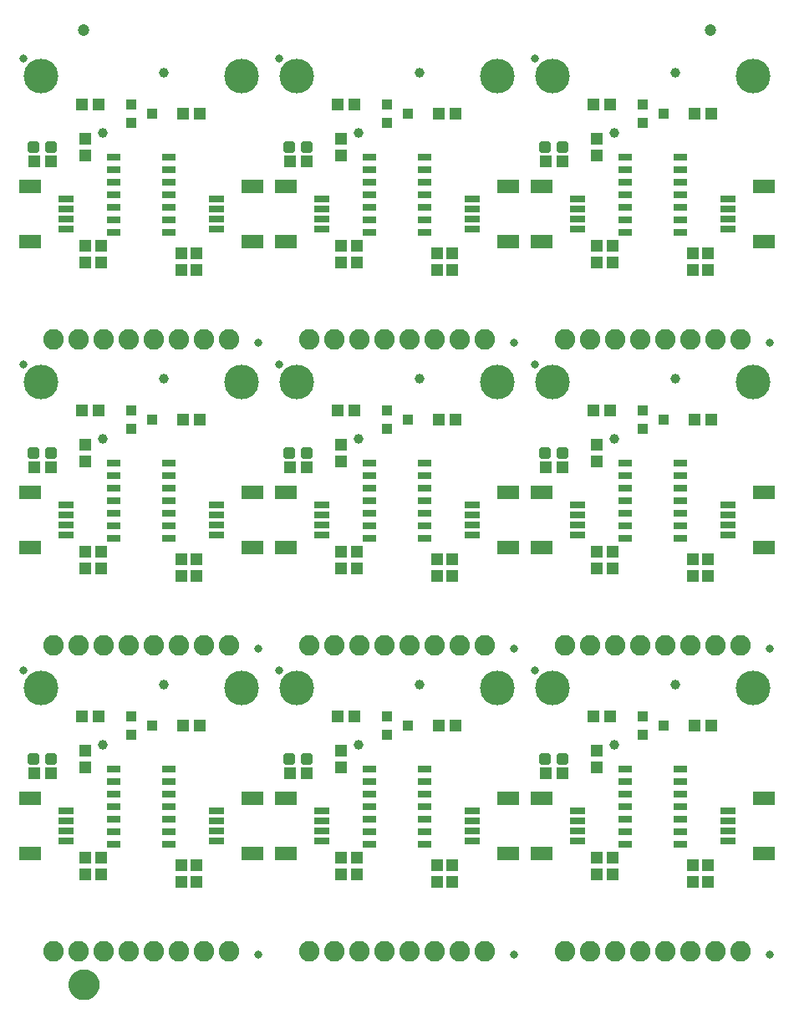
<source format=gts>
G75*
%MOIN*%
%OFA0B0*%
%FSLAX25Y25*%
%IPPOS*%
%LPD*%
%AMOC8*
5,1,8,0,0,1.08239X$1,22.5*
%
%ADD10C,0.13800*%
%ADD11C,0.03300*%
%ADD12R,0.04737X0.05131*%
%ADD13R,0.08674X0.05524*%
%ADD14R,0.06115X0.03162*%
%ADD15C,0.08200*%
%ADD16R,0.05131X0.04737*%
%ADD17C,0.01990*%
%ADD18R,0.05524X0.03162*%
%ADD19C,0.03950*%
%ADD20R,0.04343X0.03950*%
%ADD21C,0.04737*%
%ADD22C,0.05000*%
%ADD23C,0.06706*%
D10*
X0044481Y0138750D03*
X0124481Y0138750D03*
X0146481Y0138750D03*
X0226481Y0138750D03*
X0248481Y0138750D03*
X0328481Y0138750D03*
X0328481Y0260750D03*
X0248481Y0260750D03*
X0226481Y0260750D03*
X0146481Y0260750D03*
X0124481Y0260750D03*
X0044481Y0260750D03*
X0044481Y0382750D03*
X0124481Y0382750D03*
X0146481Y0382750D03*
X0226481Y0382750D03*
X0248481Y0382750D03*
X0328481Y0382750D03*
D11*
X0241481Y0389750D03*
X0139481Y0389750D03*
X0037481Y0389750D03*
X0130981Y0276250D03*
X0139481Y0267750D03*
X0232981Y0276250D03*
X0241481Y0267750D03*
X0334981Y0276250D03*
X0334981Y0154250D03*
X0241481Y0145750D03*
X0232981Y0154250D03*
X0139481Y0145750D03*
X0130981Y0154250D03*
X0037481Y0145750D03*
X0130981Y0032250D03*
X0232981Y0032250D03*
X0334981Y0032250D03*
X0037481Y0267750D03*
D12*
X0061981Y0235596D03*
X0061981Y0228904D03*
X0061981Y0193096D03*
X0068481Y0193096D03*
X0068481Y0186404D03*
X0061981Y0186404D03*
X0100481Y0183404D03*
X0106481Y0183404D03*
X0106481Y0190096D03*
X0100481Y0190096D03*
X0163981Y0193096D03*
X0170481Y0193096D03*
X0170481Y0186404D03*
X0163981Y0186404D03*
X0202481Y0183404D03*
X0208481Y0183404D03*
X0208481Y0190096D03*
X0202481Y0190096D03*
X0163981Y0228904D03*
X0163981Y0235596D03*
X0163981Y0308404D03*
X0170481Y0308404D03*
X0170481Y0315096D03*
X0163981Y0315096D03*
X0163981Y0350904D03*
X0163981Y0357596D03*
X0202481Y0312096D03*
X0202481Y0305404D03*
X0208481Y0305404D03*
X0208481Y0312096D03*
X0265981Y0315096D03*
X0272481Y0315096D03*
X0272481Y0308404D03*
X0265981Y0308404D03*
X0304481Y0305404D03*
X0304481Y0312096D03*
X0310481Y0312096D03*
X0310481Y0305404D03*
X0265981Y0350904D03*
X0265981Y0357596D03*
X0265981Y0235596D03*
X0265981Y0228904D03*
X0265981Y0193096D03*
X0272481Y0193096D03*
X0272481Y0186404D03*
X0265981Y0186404D03*
X0304481Y0183404D03*
X0310481Y0183404D03*
X0310481Y0190096D03*
X0304481Y0190096D03*
X0265981Y0113596D03*
X0265981Y0106904D03*
X0265981Y0071096D03*
X0272481Y0071096D03*
X0272481Y0064404D03*
X0265981Y0064404D03*
X0304481Y0061404D03*
X0304481Y0068096D03*
X0310481Y0068096D03*
X0310481Y0061404D03*
X0208481Y0061404D03*
X0208481Y0068096D03*
X0202481Y0068096D03*
X0202481Y0061404D03*
X0170481Y0064404D03*
X0163981Y0064404D03*
X0163981Y0071096D03*
X0170481Y0071096D03*
X0163981Y0106904D03*
X0163981Y0113596D03*
X0106481Y0068096D03*
X0106481Y0061404D03*
X0100481Y0061404D03*
X0100481Y0068096D03*
X0068481Y0071096D03*
X0061981Y0071096D03*
X0061981Y0064404D03*
X0068481Y0064404D03*
X0061981Y0106904D03*
X0061981Y0113596D03*
X0061981Y0308404D03*
X0068481Y0308404D03*
X0068481Y0315096D03*
X0061981Y0315096D03*
X0061981Y0350904D03*
X0061981Y0357596D03*
X0100481Y0312096D03*
X0100481Y0305404D03*
X0106481Y0305404D03*
X0106481Y0312096D03*
D13*
X0128950Y0316726D03*
X0142013Y0316726D03*
X0142013Y0338774D03*
X0128950Y0338774D03*
X0040013Y0338774D03*
X0040013Y0316726D03*
X0040013Y0216774D03*
X0040013Y0194726D03*
X0128950Y0194726D03*
X0142013Y0194726D03*
X0142013Y0216774D03*
X0128950Y0216774D03*
X0230950Y0216774D03*
X0244013Y0216774D03*
X0244013Y0194726D03*
X0230950Y0194726D03*
X0230950Y0094774D03*
X0244013Y0094774D03*
X0244013Y0072726D03*
X0230950Y0072726D03*
X0142013Y0072726D03*
X0128950Y0072726D03*
X0128950Y0094774D03*
X0142013Y0094774D03*
X0040013Y0094774D03*
X0040013Y0072726D03*
X0230950Y0316726D03*
X0244013Y0316726D03*
X0244013Y0338774D03*
X0230950Y0338774D03*
X0332950Y0338774D03*
X0332950Y0316726D03*
X0332950Y0216774D03*
X0332950Y0194726D03*
X0332950Y0094774D03*
X0332950Y0072726D03*
D14*
X0318481Y0077844D03*
X0318481Y0081781D03*
X0318481Y0085719D03*
X0318481Y0089656D03*
X0258481Y0089656D03*
X0258481Y0085719D03*
X0258481Y0081781D03*
X0258481Y0077844D03*
X0216481Y0077844D03*
X0216481Y0081781D03*
X0216481Y0085719D03*
X0216481Y0089656D03*
X0156481Y0089656D03*
X0156481Y0085719D03*
X0156481Y0081781D03*
X0156481Y0077844D03*
X0114481Y0077844D03*
X0114481Y0081781D03*
X0114481Y0085719D03*
X0114481Y0089656D03*
X0054481Y0089656D03*
X0054481Y0085719D03*
X0054481Y0081781D03*
X0054481Y0077844D03*
X0054481Y0199844D03*
X0054481Y0203781D03*
X0054481Y0207719D03*
X0054481Y0211656D03*
X0114481Y0211656D03*
X0114481Y0207719D03*
X0114481Y0203781D03*
X0114481Y0199844D03*
X0156481Y0199844D03*
X0156481Y0203781D03*
X0156481Y0207719D03*
X0156481Y0211656D03*
X0216481Y0211656D03*
X0216481Y0207719D03*
X0216481Y0203781D03*
X0216481Y0199844D03*
X0258481Y0199844D03*
X0258481Y0203781D03*
X0258481Y0207719D03*
X0258481Y0211656D03*
X0318481Y0211656D03*
X0318481Y0207719D03*
X0318481Y0203781D03*
X0318481Y0199844D03*
X0318481Y0321844D03*
X0318481Y0325781D03*
X0318481Y0329719D03*
X0318481Y0333656D03*
X0258481Y0333656D03*
X0258481Y0329719D03*
X0258481Y0325781D03*
X0258481Y0321844D03*
X0216481Y0321844D03*
X0216481Y0325781D03*
X0216481Y0329719D03*
X0216481Y0333656D03*
X0156481Y0333656D03*
X0156481Y0329719D03*
X0156481Y0325781D03*
X0156481Y0321844D03*
X0114481Y0321844D03*
X0114481Y0325781D03*
X0114481Y0329719D03*
X0114481Y0333656D03*
X0054481Y0333656D03*
X0054481Y0329719D03*
X0054481Y0325781D03*
X0054481Y0321844D03*
D15*
X0049481Y0033750D03*
X0059481Y0033750D03*
X0069481Y0033750D03*
X0079481Y0033750D03*
X0089481Y0033750D03*
X0099481Y0033750D03*
X0109481Y0033750D03*
X0119481Y0033750D03*
X0151481Y0033750D03*
X0161481Y0033750D03*
X0171481Y0033750D03*
X0181481Y0033750D03*
X0191481Y0033750D03*
X0201481Y0033750D03*
X0211481Y0033750D03*
X0221481Y0033750D03*
X0253481Y0033750D03*
X0263481Y0033750D03*
X0273481Y0033750D03*
X0283481Y0033750D03*
X0293481Y0033750D03*
X0303481Y0033750D03*
X0313481Y0033750D03*
X0323481Y0033750D03*
X0323481Y0155750D03*
X0313481Y0155750D03*
X0303481Y0155750D03*
X0293481Y0155750D03*
X0283481Y0155750D03*
X0273481Y0155750D03*
X0263481Y0155750D03*
X0253481Y0155750D03*
X0221481Y0155750D03*
X0211481Y0155750D03*
X0201481Y0155750D03*
X0191481Y0155750D03*
X0181481Y0155750D03*
X0171481Y0155750D03*
X0161481Y0155750D03*
X0151481Y0155750D03*
X0119481Y0155750D03*
X0109481Y0155750D03*
X0099481Y0155750D03*
X0089481Y0155750D03*
X0079481Y0155750D03*
X0069481Y0155750D03*
X0059481Y0155750D03*
X0049481Y0155750D03*
X0049481Y0277750D03*
X0059481Y0277750D03*
X0069481Y0277750D03*
X0079481Y0277750D03*
X0089481Y0277750D03*
X0099481Y0277750D03*
X0109481Y0277750D03*
X0119481Y0277750D03*
X0151481Y0277750D03*
X0161481Y0277750D03*
X0171481Y0277750D03*
X0181481Y0277750D03*
X0191481Y0277750D03*
X0201481Y0277750D03*
X0211481Y0277750D03*
X0221481Y0277750D03*
X0253481Y0277750D03*
X0263481Y0277750D03*
X0273481Y0277750D03*
X0283481Y0277750D03*
X0293481Y0277750D03*
X0303481Y0277750D03*
X0313481Y0277750D03*
X0323481Y0277750D03*
D16*
X0311828Y0245750D03*
X0305135Y0245750D03*
X0271328Y0249250D03*
X0264635Y0249250D03*
X0252328Y0226750D03*
X0245635Y0226750D03*
X0209828Y0245750D03*
X0203135Y0245750D03*
X0169328Y0249250D03*
X0162635Y0249250D03*
X0150328Y0226750D03*
X0143635Y0226750D03*
X0107828Y0245750D03*
X0101135Y0245750D03*
X0067328Y0249250D03*
X0060635Y0249250D03*
X0048328Y0226750D03*
X0041635Y0226750D03*
X0060635Y0127250D03*
X0067328Y0127250D03*
X0048328Y0104750D03*
X0041635Y0104750D03*
X0101135Y0123750D03*
X0107828Y0123750D03*
X0143635Y0104750D03*
X0150328Y0104750D03*
X0162635Y0127250D03*
X0169328Y0127250D03*
X0203135Y0123750D03*
X0209828Y0123750D03*
X0245635Y0104750D03*
X0252328Y0104750D03*
X0264635Y0127250D03*
X0271328Y0127250D03*
X0305135Y0123750D03*
X0311828Y0123750D03*
X0252328Y0348750D03*
X0245635Y0348750D03*
X0264635Y0371250D03*
X0271328Y0371250D03*
X0305135Y0367750D03*
X0311828Y0367750D03*
X0209828Y0367750D03*
X0203135Y0367750D03*
X0169328Y0371250D03*
X0162635Y0371250D03*
X0150328Y0348750D03*
X0143635Y0348750D03*
X0107828Y0367750D03*
X0101135Y0367750D03*
X0067328Y0371250D03*
X0060635Y0371250D03*
X0048328Y0348750D03*
X0041635Y0348750D03*
D17*
X0040155Y0352877D02*
X0040155Y0355623D01*
X0042901Y0355623D01*
X0042901Y0352877D01*
X0040155Y0352877D01*
X0040155Y0354767D02*
X0042901Y0354767D01*
X0047061Y0355623D02*
X0047061Y0352877D01*
X0047061Y0355623D02*
X0049807Y0355623D01*
X0049807Y0352877D01*
X0047061Y0352877D01*
X0047061Y0354767D02*
X0049807Y0354767D01*
X0142155Y0355623D02*
X0142155Y0352877D01*
X0142155Y0355623D02*
X0144901Y0355623D01*
X0144901Y0352877D01*
X0142155Y0352877D01*
X0142155Y0354767D02*
X0144901Y0354767D01*
X0149061Y0355623D02*
X0149061Y0352877D01*
X0149061Y0355623D02*
X0151807Y0355623D01*
X0151807Y0352877D01*
X0149061Y0352877D01*
X0149061Y0354767D02*
X0151807Y0354767D01*
X0244155Y0355623D02*
X0244155Y0352877D01*
X0244155Y0355623D02*
X0246901Y0355623D01*
X0246901Y0352877D01*
X0244155Y0352877D01*
X0244155Y0354767D02*
X0246901Y0354767D01*
X0251061Y0355623D02*
X0251061Y0352877D01*
X0251061Y0355623D02*
X0253807Y0355623D01*
X0253807Y0352877D01*
X0251061Y0352877D01*
X0251061Y0354767D02*
X0253807Y0354767D01*
X0251061Y0233623D02*
X0251061Y0230877D01*
X0251061Y0233623D02*
X0253807Y0233623D01*
X0253807Y0230877D01*
X0251061Y0230877D01*
X0251061Y0232767D02*
X0253807Y0232767D01*
X0244155Y0233623D02*
X0244155Y0230877D01*
X0244155Y0233623D02*
X0246901Y0233623D01*
X0246901Y0230877D01*
X0244155Y0230877D01*
X0244155Y0232767D02*
X0246901Y0232767D01*
X0149061Y0233623D02*
X0149061Y0230877D01*
X0149061Y0233623D02*
X0151807Y0233623D01*
X0151807Y0230877D01*
X0149061Y0230877D01*
X0149061Y0232767D02*
X0151807Y0232767D01*
X0142155Y0233623D02*
X0142155Y0230877D01*
X0142155Y0233623D02*
X0144901Y0233623D01*
X0144901Y0230877D01*
X0142155Y0230877D01*
X0142155Y0232767D02*
X0144901Y0232767D01*
X0047061Y0233623D02*
X0047061Y0230877D01*
X0047061Y0233623D02*
X0049807Y0233623D01*
X0049807Y0230877D01*
X0047061Y0230877D01*
X0047061Y0232767D02*
X0049807Y0232767D01*
X0040155Y0233623D02*
X0040155Y0230877D01*
X0040155Y0233623D02*
X0042901Y0233623D01*
X0042901Y0230877D01*
X0040155Y0230877D01*
X0040155Y0232767D02*
X0042901Y0232767D01*
X0040155Y0111623D02*
X0040155Y0108877D01*
X0040155Y0111623D02*
X0042901Y0111623D01*
X0042901Y0108877D01*
X0040155Y0108877D01*
X0040155Y0110767D02*
X0042901Y0110767D01*
X0047061Y0111623D02*
X0047061Y0108877D01*
X0047061Y0111623D02*
X0049807Y0111623D01*
X0049807Y0108877D01*
X0047061Y0108877D01*
X0047061Y0110767D02*
X0049807Y0110767D01*
X0142155Y0111623D02*
X0142155Y0108877D01*
X0142155Y0111623D02*
X0144901Y0111623D01*
X0144901Y0108877D01*
X0142155Y0108877D01*
X0142155Y0110767D02*
X0144901Y0110767D01*
X0149061Y0111623D02*
X0149061Y0108877D01*
X0149061Y0111623D02*
X0151807Y0111623D01*
X0151807Y0108877D01*
X0149061Y0108877D01*
X0149061Y0110767D02*
X0151807Y0110767D01*
X0244155Y0111623D02*
X0244155Y0108877D01*
X0244155Y0111623D02*
X0246901Y0111623D01*
X0246901Y0108877D01*
X0244155Y0108877D01*
X0244155Y0110767D02*
X0246901Y0110767D01*
X0251061Y0111623D02*
X0251061Y0108877D01*
X0251061Y0111623D02*
X0253807Y0111623D01*
X0253807Y0108877D01*
X0251061Y0108877D01*
X0251061Y0110767D02*
X0253807Y0110767D01*
D18*
X0277458Y0106250D03*
X0277458Y0101250D03*
X0277458Y0096250D03*
X0277458Y0091250D03*
X0277458Y0086250D03*
X0277458Y0081250D03*
X0277458Y0076250D03*
X0299505Y0076250D03*
X0299505Y0081250D03*
X0299505Y0086250D03*
X0299505Y0091250D03*
X0299505Y0096250D03*
X0299505Y0101250D03*
X0299505Y0106250D03*
X0299505Y0198250D03*
X0299505Y0203250D03*
X0299505Y0208250D03*
X0299505Y0213250D03*
X0299505Y0218250D03*
X0299505Y0223250D03*
X0299505Y0228250D03*
X0277458Y0228250D03*
X0277458Y0223250D03*
X0277458Y0218250D03*
X0277458Y0213250D03*
X0277458Y0208250D03*
X0277458Y0203250D03*
X0277458Y0198250D03*
X0197505Y0198250D03*
X0197505Y0203250D03*
X0197505Y0208250D03*
X0197505Y0213250D03*
X0197505Y0218250D03*
X0197505Y0223250D03*
X0197505Y0228250D03*
X0175458Y0228250D03*
X0175458Y0223250D03*
X0175458Y0218250D03*
X0175458Y0213250D03*
X0175458Y0208250D03*
X0175458Y0203250D03*
X0175458Y0198250D03*
X0095505Y0198250D03*
X0095505Y0203250D03*
X0095505Y0208250D03*
X0095505Y0213250D03*
X0095505Y0218250D03*
X0095505Y0223250D03*
X0095505Y0228250D03*
X0073458Y0228250D03*
X0073458Y0223250D03*
X0073458Y0218250D03*
X0073458Y0213250D03*
X0073458Y0208250D03*
X0073458Y0203250D03*
X0073458Y0198250D03*
X0073458Y0106250D03*
X0073458Y0101250D03*
X0073458Y0096250D03*
X0073458Y0091250D03*
X0073458Y0086250D03*
X0073458Y0081250D03*
X0073458Y0076250D03*
X0095505Y0076250D03*
X0095505Y0081250D03*
X0095505Y0086250D03*
X0095505Y0091250D03*
X0095505Y0096250D03*
X0095505Y0101250D03*
X0095505Y0106250D03*
X0175458Y0106250D03*
X0175458Y0101250D03*
X0175458Y0096250D03*
X0175458Y0091250D03*
X0175458Y0086250D03*
X0175458Y0081250D03*
X0175458Y0076250D03*
X0197505Y0076250D03*
X0197505Y0081250D03*
X0197505Y0086250D03*
X0197505Y0091250D03*
X0197505Y0096250D03*
X0197505Y0101250D03*
X0197505Y0106250D03*
X0197505Y0320250D03*
X0197505Y0325250D03*
X0197505Y0330250D03*
X0197505Y0335250D03*
X0197505Y0340250D03*
X0197505Y0345250D03*
X0197505Y0350250D03*
X0175458Y0350250D03*
X0175458Y0345250D03*
X0175458Y0340250D03*
X0175458Y0335250D03*
X0175458Y0330250D03*
X0175458Y0325250D03*
X0175458Y0320250D03*
X0095505Y0320250D03*
X0095505Y0325250D03*
X0095505Y0330250D03*
X0095505Y0335250D03*
X0095505Y0340250D03*
X0095505Y0345250D03*
X0095505Y0350250D03*
X0073458Y0350250D03*
X0073458Y0345250D03*
X0073458Y0340250D03*
X0073458Y0335250D03*
X0073458Y0330250D03*
X0073458Y0325250D03*
X0073458Y0320250D03*
X0277458Y0320250D03*
X0277458Y0325250D03*
X0277458Y0330250D03*
X0277458Y0335250D03*
X0277458Y0340250D03*
X0277458Y0345250D03*
X0277458Y0350250D03*
X0299505Y0350250D03*
X0299505Y0345250D03*
X0299505Y0340250D03*
X0299505Y0335250D03*
X0299505Y0330250D03*
X0299505Y0325250D03*
X0299505Y0320250D03*
D19*
X0273127Y0359892D03*
X0297340Y0384104D03*
X0195340Y0384104D03*
X0171127Y0359892D03*
X0093340Y0384104D03*
X0069127Y0359892D03*
X0093340Y0262104D03*
X0069127Y0237892D03*
X0093340Y0140104D03*
X0069127Y0115892D03*
X0171127Y0115892D03*
X0195340Y0140104D03*
X0273127Y0115892D03*
X0297340Y0140104D03*
X0273127Y0237892D03*
X0297340Y0262104D03*
X0195340Y0262104D03*
X0171127Y0237892D03*
D20*
X0182544Y0242010D03*
X0182544Y0249490D03*
X0190812Y0245750D03*
X0284544Y0242010D03*
X0284544Y0249490D03*
X0292812Y0245750D03*
X0284544Y0364010D03*
X0284544Y0371490D03*
X0292812Y0367750D03*
X0190812Y0367750D03*
X0182544Y0364010D03*
X0182544Y0371490D03*
X0088812Y0367750D03*
X0080544Y0364010D03*
X0080544Y0371490D03*
X0080544Y0249490D03*
X0080544Y0242010D03*
X0088812Y0245750D03*
X0080544Y0127490D03*
X0080544Y0120010D03*
X0088812Y0123750D03*
X0182544Y0120010D03*
X0182544Y0127490D03*
X0190812Y0123750D03*
X0284544Y0120010D03*
X0284544Y0127490D03*
X0292812Y0123750D03*
D21*
X0311481Y0401000D03*
X0061481Y0401000D03*
D22*
X0057916Y0020500D02*
X0057918Y0020619D01*
X0057924Y0020738D01*
X0057934Y0020857D01*
X0057948Y0020975D01*
X0057966Y0021093D01*
X0057987Y0021210D01*
X0058013Y0021326D01*
X0058043Y0021442D01*
X0058076Y0021556D01*
X0058113Y0021669D01*
X0058154Y0021781D01*
X0058199Y0021892D01*
X0058247Y0022001D01*
X0058299Y0022108D01*
X0058355Y0022213D01*
X0058414Y0022317D01*
X0058476Y0022418D01*
X0058542Y0022518D01*
X0058611Y0022615D01*
X0058683Y0022709D01*
X0058759Y0022802D01*
X0058837Y0022891D01*
X0058918Y0022978D01*
X0059003Y0023063D01*
X0059090Y0023144D01*
X0059179Y0023222D01*
X0059272Y0023298D01*
X0059366Y0023370D01*
X0059463Y0023439D01*
X0059563Y0023505D01*
X0059664Y0023567D01*
X0059768Y0023626D01*
X0059873Y0023682D01*
X0059980Y0023734D01*
X0060089Y0023782D01*
X0060200Y0023827D01*
X0060312Y0023868D01*
X0060425Y0023905D01*
X0060539Y0023938D01*
X0060655Y0023968D01*
X0060771Y0023994D01*
X0060888Y0024015D01*
X0061006Y0024033D01*
X0061124Y0024047D01*
X0061243Y0024057D01*
X0061362Y0024063D01*
X0061481Y0024065D01*
X0061600Y0024063D01*
X0061719Y0024057D01*
X0061838Y0024047D01*
X0061956Y0024033D01*
X0062074Y0024015D01*
X0062191Y0023994D01*
X0062307Y0023968D01*
X0062423Y0023938D01*
X0062537Y0023905D01*
X0062650Y0023868D01*
X0062762Y0023827D01*
X0062873Y0023782D01*
X0062982Y0023734D01*
X0063089Y0023682D01*
X0063194Y0023626D01*
X0063298Y0023567D01*
X0063399Y0023505D01*
X0063499Y0023439D01*
X0063596Y0023370D01*
X0063690Y0023298D01*
X0063783Y0023222D01*
X0063872Y0023144D01*
X0063959Y0023063D01*
X0064044Y0022978D01*
X0064125Y0022891D01*
X0064203Y0022802D01*
X0064279Y0022709D01*
X0064351Y0022615D01*
X0064420Y0022518D01*
X0064486Y0022418D01*
X0064548Y0022317D01*
X0064607Y0022213D01*
X0064663Y0022108D01*
X0064715Y0022001D01*
X0064763Y0021892D01*
X0064808Y0021781D01*
X0064849Y0021669D01*
X0064886Y0021556D01*
X0064919Y0021442D01*
X0064949Y0021326D01*
X0064975Y0021210D01*
X0064996Y0021093D01*
X0065014Y0020975D01*
X0065028Y0020857D01*
X0065038Y0020738D01*
X0065044Y0020619D01*
X0065046Y0020500D01*
X0065044Y0020381D01*
X0065038Y0020262D01*
X0065028Y0020143D01*
X0065014Y0020025D01*
X0064996Y0019907D01*
X0064975Y0019790D01*
X0064949Y0019674D01*
X0064919Y0019558D01*
X0064886Y0019444D01*
X0064849Y0019331D01*
X0064808Y0019219D01*
X0064763Y0019108D01*
X0064715Y0018999D01*
X0064663Y0018892D01*
X0064607Y0018787D01*
X0064548Y0018683D01*
X0064486Y0018582D01*
X0064420Y0018482D01*
X0064351Y0018385D01*
X0064279Y0018291D01*
X0064203Y0018198D01*
X0064125Y0018109D01*
X0064044Y0018022D01*
X0063959Y0017937D01*
X0063872Y0017856D01*
X0063783Y0017778D01*
X0063690Y0017702D01*
X0063596Y0017630D01*
X0063499Y0017561D01*
X0063399Y0017495D01*
X0063298Y0017433D01*
X0063194Y0017374D01*
X0063089Y0017318D01*
X0062982Y0017266D01*
X0062873Y0017218D01*
X0062762Y0017173D01*
X0062650Y0017132D01*
X0062537Y0017095D01*
X0062423Y0017062D01*
X0062307Y0017032D01*
X0062191Y0017006D01*
X0062074Y0016985D01*
X0061956Y0016967D01*
X0061838Y0016953D01*
X0061719Y0016943D01*
X0061600Y0016937D01*
X0061481Y0016935D01*
X0061362Y0016937D01*
X0061243Y0016943D01*
X0061124Y0016953D01*
X0061006Y0016967D01*
X0060888Y0016985D01*
X0060771Y0017006D01*
X0060655Y0017032D01*
X0060539Y0017062D01*
X0060425Y0017095D01*
X0060312Y0017132D01*
X0060200Y0017173D01*
X0060089Y0017218D01*
X0059980Y0017266D01*
X0059873Y0017318D01*
X0059768Y0017374D01*
X0059664Y0017433D01*
X0059563Y0017495D01*
X0059463Y0017561D01*
X0059366Y0017630D01*
X0059272Y0017702D01*
X0059179Y0017778D01*
X0059090Y0017856D01*
X0059003Y0017937D01*
X0058918Y0018022D01*
X0058837Y0018109D01*
X0058759Y0018198D01*
X0058683Y0018291D01*
X0058611Y0018385D01*
X0058542Y0018482D01*
X0058476Y0018582D01*
X0058414Y0018683D01*
X0058355Y0018787D01*
X0058299Y0018892D01*
X0058247Y0018999D01*
X0058199Y0019108D01*
X0058154Y0019219D01*
X0058113Y0019331D01*
X0058076Y0019444D01*
X0058043Y0019558D01*
X0058013Y0019674D01*
X0057987Y0019790D01*
X0057966Y0019907D01*
X0057948Y0020025D01*
X0057934Y0020143D01*
X0057924Y0020262D01*
X0057918Y0020381D01*
X0057916Y0020500D01*
D23*
X0061481Y0020500D03*
M02*

</source>
